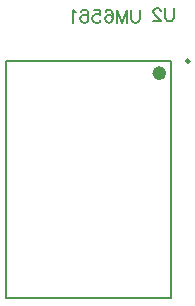
<source format=gbo>
G04 Layer: BottomSilkscreenLayer*
G04 EasyEDA v6.5.42, 2024-04-13 20:59:12*
G04 594e40a4052f4cff86669ddfe18c1731,a2f4cb7aa3704937908c5b59a0d1150c,10*
G04 Gerber Generator version 0.2*
G04 Scale: 100 percent, Rotated: No, Reflected: No *
G04 Dimensions in millimeters *
G04 leading zeros omitted , absolute positions ,4 integer and 5 decimal *
%FSLAX45Y45*%
%MOMM*%

%ADD10C,0.1524*%
%ADD11C,0.2007*%
%ADD12C,0.2489*%
%ADD13C,0.5994*%

%LPD*%
D10*
X9969500Y10262615D02*
G01*
X9969500Y10184637D01*
X9964420Y10169144D01*
X9954006Y10158729D01*
X9938258Y10153650D01*
X9927843Y10153650D01*
X9912350Y10158729D01*
X9901936Y10169144D01*
X9896856Y10184637D01*
X9896856Y10262615D01*
X9862565Y10262615D02*
G01*
X9862565Y10153650D01*
X9862565Y10262615D02*
G01*
X9820909Y10153650D01*
X9779254Y10262615D02*
G01*
X9820909Y10153650D01*
X9779254Y10262615D02*
G01*
X9779254Y10153650D01*
X9682734Y10247121D02*
G01*
X9687813Y10257536D01*
X9703561Y10262615D01*
X9713975Y10262615D01*
X9729470Y10257536D01*
X9739884Y10241787D01*
X9744963Y10215879D01*
X9744963Y10189971D01*
X9739884Y10169144D01*
X9729470Y10158729D01*
X9713975Y10153650D01*
X9708641Y10153650D01*
X9693147Y10158729D01*
X9682734Y10169144D01*
X9677400Y10184637D01*
X9677400Y10189971D01*
X9682734Y10205465D01*
X9693147Y10215879D01*
X9708641Y10220960D01*
X9713975Y10220960D01*
X9729470Y10215879D01*
X9739884Y10205465D01*
X9744963Y10189971D01*
X9580879Y10262615D02*
G01*
X9632950Y10262615D01*
X9638029Y10215879D01*
X9632950Y10220960D01*
X9617202Y10226294D01*
X9601708Y10226294D01*
X9585959Y10220960D01*
X9575800Y10210800D01*
X9570465Y10195052D01*
X9570465Y10184637D01*
X9575800Y10169144D01*
X9585959Y10158729D01*
X9601708Y10153650D01*
X9617202Y10153650D01*
X9632950Y10158729D01*
X9638029Y10163810D01*
X9643109Y10174224D01*
X9473945Y10247121D02*
G01*
X9479025Y10257536D01*
X9494520Y10262615D01*
X9504934Y10262615D01*
X9520681Y10257536D01*
X9531095Y10241787D01*
X9536175Y10215879D01*
X9536175Y10189971D01*
X9531095Y10169144D01*
X9520681Y10158729D01*
X9504934Y10153650D01*
X9499854Y10153650D01*
X9484359Y10158729D01*
X9473945Y10169144D01*
X9468611Y10184637D01*
X9468611Y10189971D01*
X9473945Y10205465D01*
X9484359Y10215879D01*
X9499854Y10220960D01*
X9504934Y10220960D01*
X9520681Y10215879D01*
X9531095Y10205465D01*
X9536175Y10189971D01*
X9434322Y10241787D02*
G01*
X9423908Y10247121D01*
X9408413Y10262615D01*
X9408413Y10153650D01*
X10261600Y10275315D02*
G01*
X10261600Y10197337D01*
X10256520Y10181844D01*
X10246106Y10171429D01*
X10230358Y10166350D01*
X10219943Y10166350D01*
X10204450Y10171429D01*
X10194036Y10181844D01*
X10188956Y10197337D01*
X10188956Y10275315D01*
X10149331Y10249408D02*
G01*
X10149331Y10254487D01*
X10144252Y10264902D01*
X10138918Y10270236D01*
X10128504Y10275315D01*
X10107929Y10275315D01*
X10097515Y10270236D01*
X10092181Y10264902D01*
X10087102Y10254487D01*
X10087102Y10244074D01*
X10092181Y10233660D01*
X10102595Y10218165D01*
X10154665Y10166350D01*
X10081768Y10166350D01*
D11*
X8837675Y9826497D02*
G01*
X10237724Y9826497D01*
X10237724Y7826502D01*
X8837675Y7826502D01*
X8837675Y7826502D02*
G01*
X8837675Y9826497D01*
D12*
G75*
G01*
X10367772Y9829038D02*
G02*
X10367772Y9828784I12445J-127D01*
D13*
G75*
G01*
X10107676Y9726422D02*
G02*
X10107676Y9725914I29971J-254D01*
M02*

</source>
